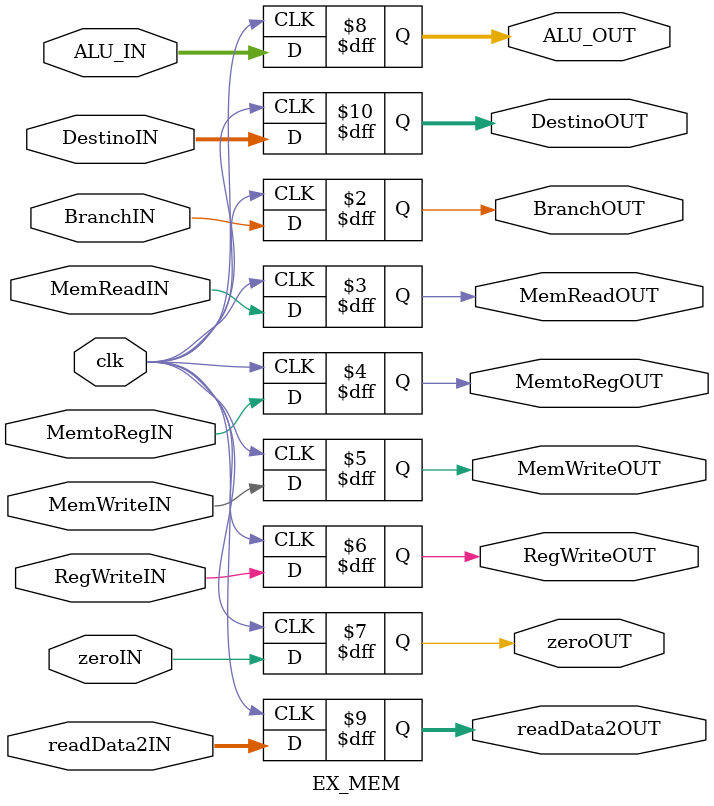
<source format=v>
`timescale 1ns / 1ps
module EX_MEM(
			input clk,
			input BranchIN, MemReadIN, MemtoRegIN, MemWriteIN, RegWriteIN, zeroIN,
			input [31:0] /*ALUsaltoIN,*/ ALU_IN, readData2IN,
			input [4:0] DestinoIN,
			output reg BranchOUT, MemReadOUT, MemtoRegOUT, MemWriteOUT, RegWriteOUT, zeroOUT,		
			output reg [31:0] /*ALUsaltoOUT,*/ ALU_OUT, readData2OUT,
			output reg [4:0] DestinoOUT
    );

always @ (posedge clk)
begin
 	BranchOUT <= BranchIN; 
	MemReadOUT <= MemReadIN;
	MemtoRegOUT <= MemtoRegIN;
	MemWriteOUT <= MemWriteIN;
	RegWriteOUT <= RegWriteIN;
	zeroOUT <= zeroIN;
	//ALUsaltoOUT <= ALUsaltoIN;
	ALU_OUT <= ALU_IN;
	readData2OUT <= readData2IN;
	DestinoOUT <= DestinoIN;
end

endmodule

</source>
